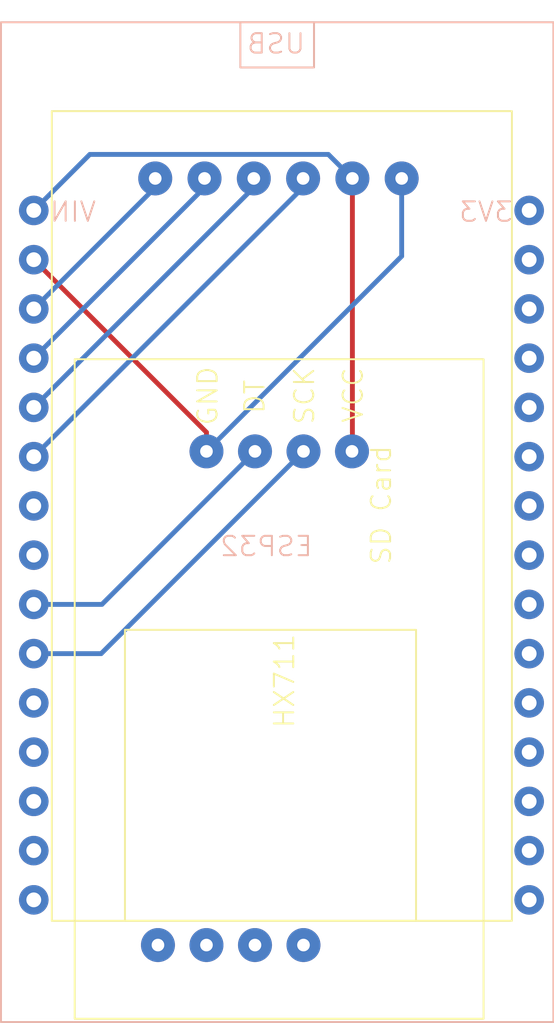
<source format=kicad_pcb>
(kicad_pcb (version 20221018) (generator pcbnew)
  (layers (0 "F.Cu" signal) (31 "B.Cu" signal) (34 "B.Paste" user) (35 "F.Paste" user) (36 "B.SilkS" user "B.Silkscreen") (37 "F.SilkS" user "F.Silkscreen") (38 "B.Mask" user) (39 "F.Mask" user) (44 "Edge.Cuts" user))
  (net 0 "")
  (net 1 "Net-(ESP1-VIN)")
  (net 2 "Net-(HX1-GND)")
  (net 3 "Net-(ESP1-13)")
  (net 4 "Net-(ESP1-12)")
  (net 5 "Net-(ESP1-14)")
  (net 6 "Net-(ESP1-27)")
  (net 9 "Net-(ESP1-33)")
  (net 10 "Net-(ESP1-32)")
  (footprint "AAABryces_lib:HX711 Bryce" (layer "F.Cu") (at 52.11 96.29 90)
    (fp_text reference "HX1" hide)
    (fp_text value "~" hide)
    (fp_text user "HX711" (at 11.12 14.6 90 unlocked) (layer "F.SilkS") (effects (font (thickness 0.1)) (justify left bottom)))
    (fp_text user "DT" (at 27.32 13.07 90 unlocked) (layer "F.SilkS") (effects (font (thickness 0.1)) (justify left bottom)))
    (fp_text user "SCK" (at 26.77 15.63 90 unlocked) (layer "F.SilkS") (effects (font (thickness 0.1)) (justify left bottom)))
    (fp_text user "GND" (at 26.72 10.65 90 unlocked) (layer "F.SilkS") (effects (font (thickness 0.1)) (justify left bottom)))
    (fp_text user "VCC" (at 26.86 18.14 90 unlocked) (layer "F.SilkS") (effects (font (thickness 0.1)) (justify left bottom)))
    (fp_rect (start -3.8 3.21) (end 30.2 24.28) (stroke (width 0.1)) (fill none) (layer "F.SilkS"))
    (pad "1" thru_hole circle (at 0 7.5 90) (size 1.75 1.75) (drill 0.65) (layers "*.Cu" "*.Mask"))
    (pad "2" thru_hole circle (at 0 10 90) (size 1.75 1.75) (drill 0.65) (layers "*.Cu" "*.Mask"))
    (pad "3" thru_hole circle (at 0 12.5 90) (size 1.75 1.75) (drill 0.65) (layers "*.Cu" "*.Mask"))
    (pad "4" thru_hole circle (at 0 15 90) (size 1.75 1.75) (drill 0.65) (layers "*.Cu" "*.Mask"))
    (pad "5" thru_hole circle (at 25.45 10 90) (size 1.75 1.75) (drill 0.65) (layers "*.Cu" "*.Mask") (net 2 "Net-(HX1-GND)"))
    (pad "6" thru_hole circle (at 25.45 12.5 90) (size 1.75 1.75) (drill 0.65) (layers "*.Cu" "*.Mask") (net 9 "Net-(ESP1-33)"))
    (pad "7" thru_hole circle (at 25.45 15 90) (size 1.75 1.75) (drill 0.65) (layers "*.Cu" "*.Mask") (net 10 "Net-(ESP1-32)"))
    (pad "8" thru_hole circle (at 25.45 17.5 90) (size 1.75 1.75) (drill 0.65) (layers "*.Cu" "*.Mask") (net 1 "Net-(ESP1-VIN)"))
  )
  (footprint "AAABryces_lib:Sd adapter" (layer "F.Cu") (at 59.47 56.77 90)
    (fp_text reference "Sdcard1" hide)
    (fp_text value "~" hide)
    (fp_text user "SD Card" (at -19.97 12.23 90 unlocked) (layer "F.SilkS") (effects (font (thickness 0.1)) (justify left bottom)))
    (fp_rect (start -38.27 -5.33) (end 3.47 18.38) (stroke (width 0.1)) (fill none) (layer "F.SilkS"))
    (fp_rect (start -38.27 -1.56) (end -23.27 13.44) (stroke (width 0.1)) (fill none) (layer "F.SilkS"))
    (pad "1" thru_hole circle (at 0 0 90) (size 1.75 1.75) (drill 0.65) (layers "*.Cu" "*.Mask") (net 3 "Net-(ESP1-13)"))
    (pad "2" thru_hole circle (at 0 2.54 90) (size 1.75 1.75) (drill 0.65) (layers "*.Cu" "*.Mask") (net 4 "Net-(ESP1-12)"))
    (pad "3" thru_hole circle (at 0 5.08 90) (size 1.75 1.75) (drill 0.65) (layers "*.Cu" "*.Mask") (net 5 "Net-(ESP1-14)"))
    (pad "4" thru_hole circle (at 0 7.62 90) (size 1.75 1.75) (drill 0.65) (layers "*.Cu" "*.Mask") (net 6 "Net-(ESP1-27)"))
    (pad "5" thru_hole circle (at 0 10.16 90) (size 1.75 1.75) (drill 0.65) (layers "*.Cu" "*.Mask") (net 1 "Net-(ESP1-VIN)"))
    (pad "6" thru_hole circle (at 0 12.7 90) (size 1.75 1.75) (drill 0.65) (layers "*.Cu" "*.Mask") (net 2 "Net-(HX1-GND)"))
  )
  (footprint "AAABryces_lib:Correct_Esp32" (layer "B.Cu") (at 78.74 58.42 180)
    (fp_text reference "ESP1" hide)
    (fp_text value "~")
    (fp_text user "3V3" (at 0.78 -0.66 unlocked) (layer "B.SilkS") (effects (font (thickness 0.1)) (justify left bottom mirror)))
    (fp_text user "ESP32" (at 11.1 -17.9 unlocked) (layer "B.SilkS") (effects (font (thickness 0.1)) (justify left bottom mirror)))
    (fp_text user "VIN" (at 22.25 -0.66 unlocked) (layer "B.SilkS") (effects (font (thickness 0.1)) (justify left bottom mirror)))
    (fp_text user "USB" (at 11.48 8.01 unlocked) (layer "B.SilkS") (effects (font (thickness 0.1)) (justify left bottom mirror)))
    (fp_rect (start -1.25 9.7) (end 27.22 -41.84) (stroke (width 0.1)) (fill none) (layer "B.SilkS"))
    (fp_rect (start 11.0875 9.7) (end 14.8825 7.37) (stroke (width 0.1)) (fill none) (layer "B.SilkS"))
    (pad "0" thru_hole circle (at 25.53 0 180) (size 1.524 1.524) (drill 0.762) (layers "*.Cu" "*.Mask") (net 1 "Net-(ESP1-VIN)"))
    (pad "1" thru_hole circle (at 25.53 -2.538546 180) (size 1.524 1.524) (drill 0.762) (layers "*.Cu" "*.Mask") (net 2 "Net-(HX1-GND)"))
    (pad "2" thru_hole circle (at 25.53 -5.077092 180) (size 1.524 1.524) (drill 0.762) (layers "*.Cu" "*.Mask") (net 3 "Net-(ESP1-13)"))
    (pad "3" thru_hole circle (at 25.53 -7.615638 180) (size 1.524 1.524) (drill 0.762) (layers "*.Cu" "*.Mask") (net 4 "Net-(ESP1-12)"))
    (pad "4" thru_hole circle (at 25.53 -10.154184 180) (size 1.524 1.524) (drill 0.762) (layers "*.Cu" "*.Mask") (net 5 "Net-(ESP1-14)"))
    (pad "5" thru_hole circle (at 25.53 -12.69273 180) (size 1.524 1.524) (drill 0.762) (layers "*.Cu" "*.Mask") (net 6 "Net-(ESP1-27)"))
    (pad "6" thru_hole circle (at 25.53 -15.231276 180) (size 1.524 1.524) (drill 0.762) (layers "*.Cu" "*.Mask"))
    (pad "7" thru_hole circle (at 25.53 -17.769822 180) (size 1.524 1.524) (drill 0.762) (layers "*.Cu" "*.Mask"))
    (pad "8" thru_hole circle (at 25.53 -20.308368 180) (size 1.524 1.524) (drill 0.762) (layers "*.Cu" "*.Mask") (net 9 "Net-(ESP1-33)"))
    (pad "9" thru_hole circle (at 25.53 -22.846914 180) (size 1.524 1.524) (drill 0.762) (layers "*.Cu" "*.Mask") (net 10 "Net-(ESP1-32)"))
    (pad "10" thru_hole circle (at 25.53 -25.38546 180) (size 1.524 1.524) (drill 0.762) (layers "*.Cu" "*.Mask"))
    (pad "11" thru_hole circle (at 25.53 -27.924006 180) (size 1.524 1.524) (drill 0.762) (layers "*.Cu" "*.Mask"))
    (pad "12" thru_hole circle (at 25.53 -30.462552 180) (size 1.524 1.524) (drill 0.762) (layers "*.Cu" "*.Mask"))
    (pad "13" thru_hole circle (at 25.53 -33.001098 180) (size 1.524 1.524) (drill 0.762) (layers "*.Cu" "*.Mask"))
    (pad "14" thru_hole circle (at 25.53 -35.539644 180) (size 1.524 1.524) (drill 0.762) (layers "*.Cu" "*.Mask"))
    (pad "15" thru_hole circle (at 0 0 180) (size 1.524 1.524) (drill 0.762) (layers "*.Cu" "*.Mask"))
    (pad "16" thru_hole circle (at 0 -2.538546 180) (size 1.524 1.524) (drill 0.762) (layers "*.Cu" "*.Mask"))
    (pad "17" thru_hole circle (at 0 -5.077092 180) (size 1.524 1.524) (drill 0.762) (layers "*.Cu" "*.Mask"))
    (pad "18" thru_hole circle (at 0 -7.615638 180) (size 1.524 1.524) (drill 0.762) (layers "*.Cu" "*.Mask"))
    (pad "19" thru_hole circle (at 0 -10.154184 180) (size 1.524 1.524) (drill 0.762) (layers "*.Cu" "*.Mask"))
    (pad "20" thru_hole circle (at 0 -12.69273 180) (size 1.524 1.524) (drill 0.762) (layers "*.Cu" "*.Mask"))
    (pad "21" thru_hole circle (at 0 -15.231276 180) (size 1.524 1.524) (drill 0.762) (layers "*.Cu" "*.Mask"))
    (pad "22" thru_hole circle (at 0 -17.769822 180) (size 1.524 1.524) (drill 0.762) (layers "*.Cu" "*.Mask"))
    (pad "23" thru_hole circle (at 0 -20.308368 180) (size 1.524 1.524) (drill 0.762) (layers "*.Cu" "*.Mask"))
    (pad "24" thru_hole circle (at 0 -22.846914 180) (size 1.524 1.524) (drill 0.762) (layers "*.Cu" "*.Mask"))
    (pad "25" thru_hole circle (at 0 -25.38546 180) (size 1.524 1.524) (drill 0.762) (layers "*.Cu" "*.Mask"))
    (pad "26" thru_hole circle (at 0 -27.924006 180) (size 1.524 1.524) (drill 0.762) (layers "*.Cu" "*.Mask"))
    (pad "27" thru_hole circle (at 0 -30.462552 180) (size 1.524 1.524) (drill 0.762) (layers "*.Cu" "*.Mask"))
    (pad "28" thru_hole circle (at 0 -33.001098 180) (size 1.524 1.524) (drill 0.762) (layers "*.Cu" "*.Mask"))
    (pad "29" thru_hole circle (at 0 -35.539644 180) (size 1.524 1.524) (drill 0.762) (layers "*.Cu" "*.Mask"))
  )
  (segment (start 69.63 56.77) (end 69.63 70.82) (width 0.25) (layer "F.Cu") (net 1))
  (segment (start 69.63 70.82) (end 69.61 70.84) (width 0.25) (layer "F.Cu") (net 1))
  (segment (start 68.3921 55.5321) (end 69.63 56.77) (width 0.25) (layer "B.Cu") (net 1))
  (segment (start 56.0979 55.5321) (end 68.3921 55.5321) (width 0.25) (layer "B.Cu") (net 1))
  (segment (start 53.21 58.42) (end 56.0979 55.5321) (width 0.25) (layer "B.Cu") (net 1))
  (segment (start 62.11 70.84) (end 62.11 69.8585) (width 0.25) (layer "F.Cu") (net 2))
  (segment (start 62.11 69.8585) (end 53.21 60.9585) (width 0.25) (layer "F.Cu") (net 2))
  (segment (start 72.17 60.78) (end 62.11 70.84) (width 0.25) (layer "B.Cu") (net 2))
  (segment (start 72.17 56.77) (end 72.17 60.78) (width 0.25) (layer "B.Cu") (net 2))
  (segment (start 53.21 63.4971) (end 59.47 57.2371) (width 0.25) (layer "B.Cu") (net 3))
  (segment (start 59.47 57.2371) (end 59.47 56.77) (width 0.25) (layer "B.Cu") (net 3))
  (segment (start 62.01 57.2356) (end 62.01 56.77) (width 0.25) (layer "B.Cu") (net 4))
  (segment (start 53.21 66.0356) (end 62.01 57.2356) (width 0.25) (layer "B.Cu") (net 4))
  (segment (start 64.55 57.2342) (end 64.55 56.77) (width 0.25) (layer "B.Cu") (net 5))
  (segment (start 53.21 68.5742) (end 64.55 57.2342) (width 0.25) (layer "B.Cu") (net 5))
  (segment (start 67.09 57.2327) (end 67.09 56.77) (width 0.25) (layer "B.Cu") (net 6))
  (segment (start 53.21 71.1127) (end 67.09 57.2327) (width 0.25) (layer "B.Cu") (net 6))
  (segment (start 56.7216 78.7284) (end 64.61 70.84) (width 0.25) (layer "B.Cu") (net 9))
  (segment (start 53.21 78.7284) (end 56.7216 78.7284) (width 0.25) (layer "B.Cu") (net 9))
  (segment (start 53.21 81.2669) (end 56.6831 81.2669) (width 0.25) (layer "B.Cu") (net 10))
  (segment (start 56.6831 81.2669) (end 67.11 70.84) (width 0.25) (layer "B.Cu") (net 10))
)
</source>
